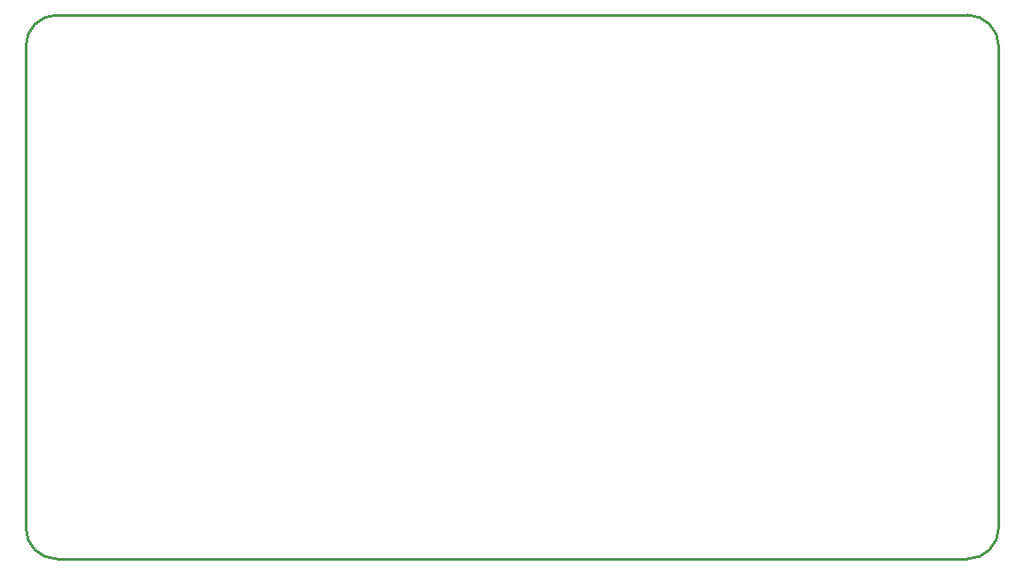
<source format=gko>
G04 Layer: BoardOutline*
G04 EasyEDA v6.4.17, 2021-05-05T15:15:58+05:30*
G04 32aec41ae17d46a98470db9f640d5259,83cefa92b6ce4236bac46178dd46d778,10*
G04 Gerber Generator version 0.2*
G04 Scale: 100 percent, Rotated: No, Reflected: No *
G04 Dimensions in millimeters *
G04 leading zeros omitted , absolute positions ,4 integer and 5 decimal *
%FSLAX45Y45*%
%MOMM*%

%ADD10C,0.2540*%
D10*
X-9900000Y5699998D02*
G01*
X-9900000Y10299999D01*
X-900000Y5399999D02*
G01*
X-9600001Y5399999D01*
X-599998Y10299999D02*
G01*
X-599998Y5699998D01*
X-9600001Y10599999D02*
G01*
X-900000Y10599999D01*
G75*
G01*
X-9900001Y10300000D02*
G02*
X-9600001Y10599999I300000J0D01*
G75*
G01*
X-9600001Y5399999D02*
G02*
X-9900001Y5699999I0J300000D01*
G75*
G01*
X-599999Y5699999D02*
G02*
X-900001Y5399999I-299999J0D01*
G75*
G01*
X-900001Y10599999D02*
G02*
X-599999Y10300000I3J-299999D01*

%LPD*%
M02*

</source>
